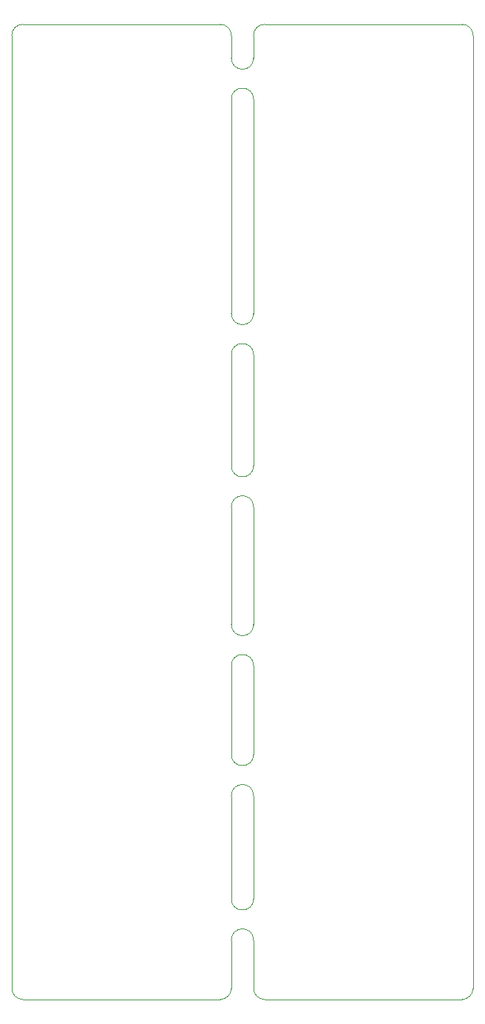
<source format=gm1>
%TF.GenerationSoftware,KiCad,Pcbnew,(5.1.8-0-10_14)*%
%TF.CreationDate,2021-07-08T18:43:47+01:00*%
%TF.ProjectId,4u-music-thing-spring-reverb,34752d6d-7573-4696-932d-7468696e672d,rev?*%
%TF.SameCoordinates,Original*%
%TF.FileFunction,Profile,NP*%
%FSLAX46Y46*%
G04 Gerber Fmt 4.6, Leading zero omitted, Abs format (unit mm)*
G04 Created by KiCad (PCBNEW (5.1.8-0-10_14)) date 2021-07-08 18:43:47*
%MOMM*%
%LPD*%
G01*
G04 APERTURE LIST*
%TA.AperFunction,Profile*%
%ADD10C,0.050000*%
%TD*%
G04 APERTURE END LIST*
D10*
X124587000Y-93408500D02*
X124587000Y-106870500D01*
X127127000Y-106870500D02*
X127127000Y-93408500D01*
X124587000Y-121729500D02*
X124587000Y-111569500D01*
X127127000Y-111569500D02*
X127127000Y-121729500D01*
X124587000Y-93408500D02*
G75*
G02*
X127127000Y-93408500I1270000J0D01*
G01*
X127127000Y-88709500D02*
G75*
G02*
X124587000Y-88709500I-1270000J0D01*
G01*
X124587000Y-126428500D02*
G75*
G02*
X127127000Y-126428500I1270000J0D01*
G01*
X127127000Y-121729500D02*
G75*
G02*
X124587000Y-121729500I-1270000J0D01*
G01*
X127127000Y-42100500D02*
G75*
G02*
X124587000Y-42100500I-1270000J0D01*
G01*
X124587000Y-46799500D02*
G75*
G02*
X127127000Y-46799500I1270000J0D01*
G01*
X127127000Y-71310500D02*
G75*
G02*
X124587000Y-71310500I-1270000J0D01*
G01*
X124587000Y-76009500D02*
G75*
G02*
X127127000Y-76009500I1270000J0D01*
G01*
X127127000Y-106870500D02*
G75*
G02*
X124587000Y-106870500I-1270000J0D01*
G01*
X124587000Y-111569500D02*
G75*
G02*
X127127000Y-111569500I1270000J0D01*
G01*
X127127000Y-138239500D02*
G75*
G02*
X124587000Y-138239500I-1270000J0D01*
G01*
X124587000Y-142938500D02*
G75*
G02*
X127127000Y-142938500I1270000J0D01*
G01*
X124587000Y-142938500D02*
X124587000Y-148463000D01*
X124587000Y-126428500D02*
X124587000Y-138239500D01*
X124587000Y-76009500D02*
X124587000Y-88709500D01*
X124587000Y-46799500D02*
X124587000Y-71310500D01*
X124587000Y-39497000D02*
X124587000Y-42100500D01*
X127127000Y-42100500D02*
X127127000Y-39497000D01*
X127127000Y-71310500D02*
X127127000Y-46799500D01*
X127127000Y-88709500D02*
X127127000Y-76009500D01*
X127127000Y-138239500D02*
X127127000Y-126428500D01*
X127127000Y-142938500D02*
X127127000Y-148463000D01*
X100711000Y-149733000D02*
G75*
G02*
X99441000Y-148463000I0J1270000D01*
G01*
X124587000Y-148463000D02*
G75*
G02*
X123317000Y-149733000I-1270000J0D01*
G01*
X123317000Y-38227000D02*
G75*
G02*
X124587000Y-39497000I0J-1270000D01*
G01*
X99441000Y-39497000D02*
G75*
G02*
X100711000Y-38227000I1270000J0D01*
G01*
X151003000Y-38227000D02*
G75*
G02*
X152273000Y-39497000I0J-1270000D01*
G01*
X127127000Y-39497000D02*
G75*
G02*
X128397000Y-38227000I1270000J0D01*
G01*
X128397000Y-149733000D02*
G75*
G02*
X127127000Y-148463000I0J1270000D01*
G01*
X152273000Y-148463000D02*
G75*
G02*
X151003000Y-149733000I-1270000J0D01*
G01*
X151003000Y-149733000D02*
X128397000Y-149733000D01*
X152273000Y-39497000D02*
X152273000Y-148463000D01*
X128397000Y-38227000D02*
X151003000Y-38227000D01*
X99441000Y-39497000D02*
X99441000Y-148463000D01*
X123317000Y-38227000D02*
X100711000Y-38227000D01*
X100711000Y-149733000D02*
X123317000Y-149733000D01*
M02*

</source>
